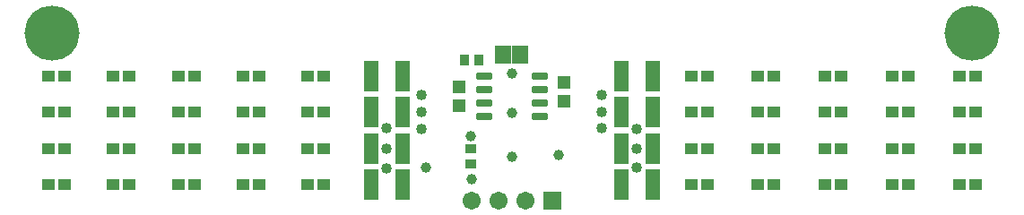
<source format=gbs>
G04*
G04 #@! TF.GenerationSoftware,Altium Limited,Altium Designer,19.0.15 (446)*
G04*
G04 Layer_Color=16711935*
%FSLAX25Y25*%
%MOIN*%
G70*
G01*
G75*
%ADD14R,0.04800X0.04300*%
%ADD15R,0.05328X0.11430*%
%ADD18C,0.20485*%
%ADD19C,0.06706*%
%ADD20R,0.06706X0.06706*%
%ADD21C,0.03950*%
%ADD22C,0.04000*%
%ADD39R,0.04343X0.03556*%
%ADD40R,0.05131X0.05131*%
%ADD41R,0.05918X0.06509*%
%ADD42R,0.03556X0.04343*%
G04:AMPARAMS|DCode=43|XSize=29.65mil|YSize=57.21mil|CornerRadius=5.95mil|HoleSize=0mil|Usage=FLASHONLY|Rotation=90.000|XOffset=0mil|YOffset=0mil|HoleType=Round|Shape=RoundedRectangle|*
%AMROUNDEDRECTD43*
21,1,0.02965,0.04532,0,0,90.0*
21,1,0.01776,0.05721,0,0,90.0*
1,1,0.01190,0.02266,0.00888*
1,1,0.01190,0.02266,-0.00888*
1,1,0.01190,-0.02266,-0.00888*
1,1,0.01190,-0.02266,0.00888*
%
%ADD43ROUNDEDRECTD43*%
D14*
X274524Y62000D02*
D03*
X280524D02*
D03*
X40792Y21500D02*
D03*
X34792D02*
D03*
X349335Y48500D02*
D03*
X355335D02*
D03*
X349335Y35000D02*
D03*
X355335D02*
D03*
X324398Y48500D02*
D03*
X330398D02*
D03*
X299461D02*
D03*
X305461D02*
D03*
X274524D02*
D03*
X280524D02*
D03*
X249587Y62000D02*
D03*
X255587D02*
D03*
X249587Y21500D02*
D03*
X255587D02*
D03*
X274524D02*
D03*
X280524D02*
D03*
X113173Y62000D02*
D03*
X107173D02*
D03*
X113173Y48500D02*
D03*
X107173D02*
D03*
X89046D02*
D03*
X83046D02*
D03*
X113173Y21500D02*
D03*
X107173D02*
D03*
X89046D02*
D03*
X83046D02*
D03*
X64919Y35000D02*
D03*
X58919D02*
D03*
X40792D02*
D03*
X34792D02*
D03*
X64919Y21500D02*
D03*
X58919D02*
D03*
X16665Y35000D02*
D03*
X10665D02*
D03*
X16665Y21500D02*
D03*
X10665D02*
D03*
X324398Y35000D02*
D03*
X330398D02*
D03*
X299461D02*
D03*
X305461D02*
D03*
X274524D02*
D03*
X280524D02*
D03*
X249587Y48500D02*
D03*
X255587D02*
D03*
X249587Y35000D02*
D03*
X255587D02*
D03*
X349335Y62000D02*
D03*
X355335D02*
D03*
X349335Y21500D02*
D03*
X355335D02*
D03*
X324398Y62000D02*
D03*
X330398D02*
D03*
X324398Y21500D02*
D03*
X330398D02*
D03*
X299461Y62000D02*
D03*
X305461D02*
D03*
X299461Y21500D02*
D03*
X305461D02*
D03*
X113173Y35000D02*
D03*
X107173D02*
D03*
X89046Y62000D02*
D03*
X83046D02*
D03*
X89046Y35000D02*
D03*
X83046D02*
D03*
X64919Y62000D02*
D03*
X58919D02*
D03*
X64919Y48500D02*
D03*
X58919D02*
D03*
X40792Y62000D02*
D03*
X34792D02*
D03*
X40792Y48500D02*
D03*
X34792D02*
D03*
X16665Y62000D02*
D03*
X10665D02*
D03*
X16665Y48500D02*
D03*
X10665D02*
D03*
D15*
X235405Y35000D02*
D03*
X223594D02*
D03*
X235405Y62000D02*
D03*
X223594D02*
D03*
X235405Y21500D02*
D03*
X223594D02*
D03*
X130595Y48500D02*
D03*
X142405D02*
D03*
X130595Y35000D02*
D03*
X142405D02*
D03*
X235405Y48500D02*
D03*
X223594D02*
D03*
X130595Y62000D02*
D03*
X142405D02*
D03*
X130595Y21500D02*
D03*
X142405D02*
D03*
D18*
X354000Y78000D02*
D03*
X12000D02*
D03*
D19*
X168000Y15500D02*
D03*
X178000D02*
D03*
X188000D02*
D03*
D20*
X198000D02*
D03*
D21*
X151000Y27909D02*
D03*
X200500Y32500D02*
D03*
X183177Y48315D02*
D03*
Y62906D02*
D03*
X167558Y39500D02*
D03*
X168000Y23500D02*
D03*
X183000Y32000D02*
D03*
D22*
X229500Y34909D02*
D03*
Y27909D02*
D03*
Y42358D02*
D03*
X216500Y48409D02*
D03*
Y42409D02*
D03*
Y54909D02*
D03*
X136500Y34909D02*
D03*
Y27409D02*
D03*
Y42409D02*
D03*
X149500Y48654D02*
D03*
Y54909D02*
D03*
Y42094D02*
D03*
D39*
X167558Y29244D02*
D03*
Y34756D02*
D03*
D40*
X202500Y59543D02*
D03*
Y52457D02*
D03*
X163500Y58043D02*
D03*
Y50957D02*
D03*
D41*
X179850Y70000D02*
D03*
X186150D02*
D03*
D42*
X165244Y68000D02*
D03*
X170756D02*
D03*
D43*
X172665Y47000D02*
D03*
Y52000D02*
D03*
Y57000D02*
D03*
Y62000D02*
D03*
X193335Y47000D02*
D03*
Y52000D02*
D03*
Y57000D02*
D03*
Y62000D02*
D03*
M02*

</source>
